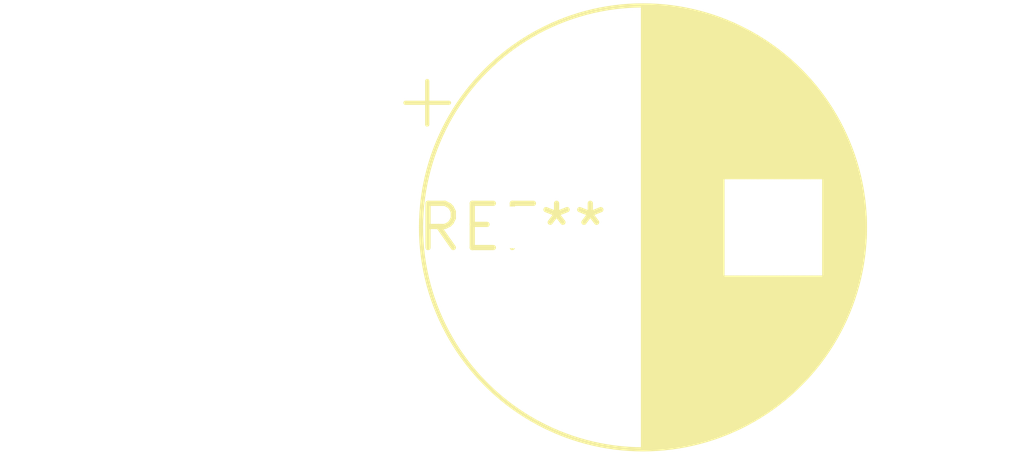
<source format=kicad_pcb>
(kicad_pcb (version 20240108) (generator pcbnew)
  (layers (0 "F.Cu" signal) (31 "B.Cu" signal) (34 "B.Paste" user) (35 "F.Paste" user) (36 "B.SilkS" user "B.Silkscreen") (37 "F.SilkS" user "F.Silkscreen") (38 "B.Mask" user) (39 "F.Mask" user) (44 "Edge.Cuts" user))
  (net 0 "")
  (footprint "CP_Radial_D12.5mm_P7.50mm" (layer "F.Cu") (at 0 0)
    (property "Reference" "REF**")
    (property "Value" "CP_Radial_D12.5mm_P7.50mm")
    (fp_line (start -3.067082 -3.575) (end -1.817082 -3.575) (layer "F.SilkS") (stroke (width 0.12)))
    (fp_line (start -2.442082 -4.2) (end -2.442082 -2.95) (layer "F.SilkS") (stroke (width 0.12)))
    (fp_line (start 3.75 -6.33) (end 3.75 6.33) (layer "F.SilkS") (stroke (width 0.12)))
    (fp_line (start 3.79 -6.33) (end 3.79 6.33) (layer "F.SilkS") (stroke (width 0.12)))
    (fp_line (start 3.83 -6.33) (end 3.83 6.33) (layer "F.SilkS") (stroke (width 0.12)))
    (fp_line (start 3.87 -6.329) (end 3.87 6.329) (layer "F.SilkS") (stroke (width 0.12)))
    (fp_line (start 3.91 -6.328) (end 3.91 6.328) (layer "F.SilkS") (stroke (width 0.12)))
    (fp_line (start 3.95 -6.327) (end 3.95 6.327) (layer "F.SilkS") (stroke (width 0.12)))
    (fp_line (start 3.99 -6.326) (end 3.99 6.326) (layer "F.SilkS") (stroke (width 0.12)))
    (fp_line (start 4.03 -6.324) (end 4.03 6.324) (layer "F.SilkS") (stroke (width 0.12)))
    (fp_line (start 4.07 -6.322) (end 4.07 6.322) (layer "F.SilkS") (stroke (width 0.12)))
    (fp_line (start 4.11 -6.32) (end 4.11 6.32) (layer "F.SilkS") (stroke (width 0.12)))
    (fp_line (start 4.15 -6.318) (end 4.15 6.318) (layer "F.SilkS") (stroke (width 0.12)))
    (fp_line (start 4.19 -6.315) (end 4.19 6.315) (layer "F.SilkS") (stroke (width 0.12)))
    (fp_line (start 4.23 -6.312) (end 4.23 6.312) (layer "F.SilkS") (stroke (width 0.12)))
    (fp_line (start 4.27 -6.309) (end 4.27 6.309) (layer "F.SilkS") (stroke (width 0.12)))
    (fp_line (start 4.31 -6.306) (end 4.31 6.306) (layer "F.SilkS") (stroke (width 0.12)))
    (fp_line (start 4.35 -6.302) (end 4.35 6.302) (layer "F.SilkS") (stroke (width 0.12)))
    (fp_line (start 4.39 -6.298) (end 4.39 6.298) (layer "F.SilkS") (stroke (width 0.12)))
    (fp_line (start 4.43 -6.294) (end 4.43 6.294) (layer "F.SilkS") (stroke (width 0.12)))
    (fp_line (start 4.471 -6.29) (end 4.471 6.29) (layer "F.SilkS") (stroke (width 0.12)))
    (fp_line (start 4.511 -6.285) (end 4.511 6.285) (layer "F.SilkS") (stroke (width 0.12)))
    (fp_line (start 4.551 -6.28) (end 4.551 6.28) (layer "F.SilkS") (stroke (width 0.12)))
    (fp_line (start 4.591 -6.275) (end 4.591 6.275) (layer "F.SilkS") (stroke (width 0.12)))
    (fp_line (start 4.631 -6.269) (end 4.631 6.269) (layer "F.SilkS") (stroke (width 0.12)))
    (fp_line (start 4.671 -6.264) (end 4.671 6.264) (layer "F.SilkS") (stroke (width 0.12)))
    (fp_line (start 4.711 -6.258) (end 4.711 6.258) (layer "F.SilkS") (stroke (width 0.12)))
    (fp_line (start 4.751 -6.252) (end 4.751 6.252) (layer "F.SilkS") (stroke (width 0.12)))
    (fp_line (start 4.791 -6.245) (end 4.791 6.245) (layer "F.SilkS") (stroke (width 0.12)))
    (fp_line (start 4.831 -6.238) (end 4.831 6.238) (layer "F.SilkS") (stroke (width 0.12)))
    (fp_line (start 4.871 -6.231) (end 4.871 6.231) (layer "F.SilkS") (stroke (width 0.12)))
    (fp_line (start 4.911 -6.224) (end 4.911 6.224) (layer "F.SilkS") (stroke (width 0.12)))
    (fp_line (start 4.951 -6.216) (end 4.951 6.216) (layer "F.SilkS") (stroke (width 0.12)))
    (fp_line (start 4.991 -6.209) (end 4.991 6.209) (layer "F.SilkS") (stroke (width 0.12)))
    (fp_line (start 5.031 -6.201) (end 5.031 6.201) (layer "F.SilkS") (stroke (width 0.12)))
    (fp_line (start 5.071 -6.192) (end 5.071 6.192) (layer "F.SilkS") (stroke (width 0.12)))
    (fp_line (start 5.111 -6.184) (end 5.111 6.184) (layer "F.SilkS") (stroke (width 0.12)))
    (fp_line (start 5.151 -6.175) (end 5.151 6.175) (layer "F.SilkS") (stroke (width 0.12)))
    (fp_line (start 5.191 -6.166) (end 5.191 6.166) (layer "F.SilkS") (stroke (width 0.12)))
    (fp_line (start 5.231 -6.156) (end 5.231 6.156) (layer "F.SilkS") (stroke (width 0.12)))
    (fp_line (start 5.271 -6.146) (end 5.271 6.146) (layer "F.SilkS") (stroke (width 0.12)))
    (fp_line (start 5.311 -6.137) (end 5.311 6.137) (layer "F.SilkS") (stroke (width 0.12)))
    (fp_line (start 5.351 -6.126) (end 5.351 6.126) (layer "F.SilkS") (stroke (width 0.12)))
    (fp_line (start 5.391 -6.116) (end 5.391 6.116) (layer "F.SilkS") (stroke (width 0.12)))
    (fp_line (start 5.431 -6.105) (end 5.431 6.105) (layer "F.SilkS") (stroke (width 0.12)))
    (fp_line (start 5.471 -6.094) (end 5.471 6.094) (layer "F.SilkS") (stroke (width 0.12)))
    (fp_line (start 5.511 -6.083) (end 5.511 6.083) (layer "F.SilkS") (stroke (width 0.12)))
    (fp_line (start 5.551 -6.071) (end 5.551 6.071) (layer "F.SilkS") (stroke (width 0.12)))
    (fp_line (start 5.591 -6.059) (end 5.591 6.059) (layer "F.SilkS") (stroke (width 0.12)))
    (fp_line (start 5.631 -6.047) (end 5.631 6.047) (layer "F.SilkS") (stroke (width 0.12)))
    (fp_line (start 5.671 -6.034) (end 5.671 6.034) (layer "F.SilkS") (stroke (width 0.12)))
    (fp_line (start 5.711 -6.021) (end 5.711 6.021) (layer "F.SilkS") (stroke (width 0.12)))
    (fp_line (start 5.751 -6.008) (end 5.751 6.008) (layer "F.SilkS") (stroke (width 0.12)))
    (fp_line (start 5.791 -5.995) (end 5.791 5.995) (layer "F.SilkS") (stroke (width 0.12)))
    (fp_line (start 5.831 -5.981) (end 5.831 5.981) (layer "F.SilkS") (stroke (width 0.12)))
    (fp_line (start 5.871 -5.967) (end 5.871 5.967) (layer "F.SilkS") (stroke (width 0.12)))
    (fp_line (start 5.911 -5.953) (end 5.911 5.953) (layer "F.SilkS") (stroke (width 0.12)))
    (fp_line (start 5.951 -5.939) (end 5.951 5.939) (layer "F.SilkS") (stroke (width 0.12)))
    (fp_line (start 5.991 -5.924) (end 5.991 5.924) (layer "F.SilkS") (stroke (width 0.12)))
    (fp_line (start 6.031 -5.908) (end 6.031 5.908) (layer "F.SilkS") (stroke (width 0.12)))
    (fp_line (start 6.071 -5.893) (end 6.071 -1.44) (layer "F.SilkS") (stroke (width 0.12)))
    (fp_line (start 6.071 1.44) (end 6.071 5.893) (layer "F.SilkS") (stroke (width 0.12)))
    (fp_line (start 6.111 -5.877) (end 6.111 -1.44) (layer "F.SilkS") (stroke (width 0.12)))
    (fp_line (start 6.111 1.44) (end 6.111 5.877) (layer "F.SilkS") (stroke (width 0.12)))
    (fp_line (start 6.151 -5.861) (end 6.151 -1.44) (layer "F.SilkS") (stroke (width 0.12)))
    (fp_line (start 6.151 1.44) (end 6.151 5.861) (layer "F.SilkS") (stroke (width 0.12)))
    (fp_line (start 6.191 -5.845) (end 6.191 -1.44) (layer "F.SilkS") (stroke (width 0.12)))
    (fp_line (start 6.191 1.44) (end 6.191 5.845) (layer "F.SilkS") (stroke (width 0.12)))
    (fp_line (start 6.231 -5.828) (end 6.231 -1.44) (layer "F.SilkS") (stroke (width 0.12)))
    (fp_line (start 6.231 1.44) (end 6.231 5.828) (layer "F.SilkS") (stroke (width 0.12)))
    (fp_line (start 6.271 -5.811) (end 6.271 -1.44) (layer "F.SilkS") (stroke (width 0.12)))
    (fp_line (start 6.271 1.44) (end 6.271 5.811) (layer "F.SilkS") (stroke (width 0.12)))
    (fp_line (start 6.311 -5.793) (end 6.311 -1.44) (layer "F.SilkS") (stroke (width 0.12)))
    (fp_line (start 6.311 1.44) (end 6.311 5.793) (layer "F.SilkS") (stroke (width 0.12)))
    (fp_line (start 6.351 -5.776) (end 6.351 -1.44) (layer "F.SilkS") (stroke (width 0.12)))
    (fp_line (start 6.351 1.44) (end 6.351 5.776) (layer "F.SilkS") (stroke (width 0.12)))
    (fp_line (start 6.391 -5.758) (end 6.391 -1.44) (layer "F.SilkS") (stroke (width 0.12)))
    (fp_line (start 6.391 1.44) (end 6.391 5.758) (layer "F.SilkS") (stroke (width 0.12)))
    (fp_line (start 6.431 -5.739) (end 6.431 -1.44) (layer "F.SilkS") (stroke (width 0.12)))
    (fp_line (start 6.431 1.44) (end 6.431 5.739) (layer "F.SilkS") (stroke (width 0.12)))
    (fp_line (start 6.471 -5.721) (end 6.471 -1.44) (layer "F.SilkS") (stroke (width 0.12)))
    (fp_line (start 6.471 1.44) (end 6.471 5.721) (layer "F.SilkS") (stroke (width 0.12)))
    (fp_line (start 6.511 -5.702) (end 6.511 -1.44) (layer "F.SilkS") (stroke (width 0.12)))
    (fp_line (start 6.511 1.44) (end 6.511 5.702) (layer "F.SilkS") (stroke (width 0.12)))
    (fp_line (start 6.551 -5.682) (end 6.551 -1.44) (layer "F.SilkS") (stroke (width 0.12)))
    (fp_line (start 6.551 1.44) (end 6.551 5.682) (layer "F.SilkS") (stroke (width 0.12)))
    (fp_line (start 6.591 -5.662) (end 6.591 -1.44) (layer "F.SilkS") (stroke (width 0.12)))
    (fp_line (start 6.591 1.44) (end 6.591 5.662) (layer "F.SilkS") (stroke (width 0.12)))
    (fp_line (start 6.631 -5.642) (end 6.631 -1.44) (layer "F.SilkS") (stroke (width 0.12)))
    (fp_line (start 6.631 1.44) (end 6.631 5.642) (layer "F.SilkS") (stroke (width 0.12)))
    (fp_line (start 6.671 -5.622) (end 6.671 -1.44) (layer "F.SilkS") (stroke (width 0.12)))
    (fp_line (start 6.671 1.44) (end 6.671 5.622) (layer "F.SilkS") (stroke (width 0.12)))
    (fp_line (start 6.711 -5.601) (end 6.711 -1.44) (layer "F.SilkS") (stroke (width 0.12)))
    (fp_line (start 6.711 1.44) (end 6.711 5.601) (layer "F.SilkS") (stroke (width 0.12)))
    (fp_line (start 6.751 -5.58) (end 6.751 -1.44) (layer "F.SilkS") (stroke (width 0.12)))
    (fp_line (start 6.751 1.44) (end 6.751 5.58) (layer "F.SilkS") (stroke (width 0.12)))
    (fp_line (start 6.791 -5.558) (end 6.791 -1.44) (layer "F.SilkS") (stroke (width 0.12)))
    (fp_line (start 6.791 1.44) (end 6.791 5.558) (layer "F.SilkS") (stroke (width 0.12)))
    (fp_line (start 6.831 -5.536) (end 6.831 -1.44) (layer "F.SilkS") (stroke (width 0.12)))
    (fp_line (start 6.831 1.44) (end 6.831 5.536) (layer "F.SilkS") (stroke (width 0.12)))
    (fp_line (start 6.871 -5.514) (end 6.871 -1.44) (layer "F.SilkS") (stroke (width 0.12)))
    (fp_line (start 6.871 1.44) (end 6.871 5.514) (layer "F.SilkS") (stroke (width 0.12)))
    (fp_line (start 6.911 -5.491) (end 6.911 -1.44) (layer "F.SilkS") (stroke (width 0.12)))
    (fp_line (start 6.911 1.44) (end 6.911 5.491) (layer "F.SilkS") (stroke (width 0.12)))
    (fp_line (start 6.951 -5.468) (end 6.951 -1.44) (layer "F.SilkS") (stroke (width 0.12)))
    (fp_line (start 6.951 1.44) (end 6.951 5.468) (layer "F.SilkS") (stroke (width 0.12)))
    (fp_line (start 6.991 -5.445) (end 6.991 -1.44) (layer "F.SilkS") (stroke (width 0.12)))
    (fp_line (start 6.991 1.44) (end 6.991 5.445) (layer "F.SilkS") (stroke (width 0.12)))
    (fp_line (start 7.031 -5.421) (end 7.031 -1.44) (layer "F.SilkS") (stroke (width 0.12)))
    (fp_line (start 7.031 1.44) (end 7.031 5.421) (layer "F.SilkS") (stroke (width 0.12)))
    (fp_line (start 7.071 -5.397) (end 7.071 -1.44) (layer "F.SilkS") (stroke (width 0.12)))
    (fp_line (start 7.071 1.44) (end 7.071 5.397) (layer "F.SilkS") (stroke (width 0.12)))
    (fp_line (start 7.111 -5.372) (end 7.111 -1.44) (layer "F.SilkS") (stroke (width 0.12)))
    (fp_line (start 7.111 1.44) (end 7.111 5.372) (layer "F.SilkS") (stroke (width 0.12)))
    (fp_line (start 7.151 -5.347) (end 7.151 -1.44) (layer "F.SilkS") (stroke (width 0.12)))
    (fp_line (start 7.151 1.44) (end 7.151 5.347) (layer "F.SilkS") (stroke (width 0.12)))
    (fp_line (start 7.191 -5.322) (end 7.191 -1.44) (layer "F.SilkS") (stroke (width 0.12)))
    (fp_line (start 7.191 1.44) (end 7.191 5.322) (layer "F.SilkS") (stroke (width 0.12)))
    (fp_line (start 7.231 -5.296) (end 7.231 -1.44) (layer "F.SilkS") (stroke (width 0.12)))
    (fp_line (start 7.231 1.44) (end 7.231 5.296) (layer "F.SilkS") (stroke (width 0.12)))
    (fp_line (start 7.271 -5.27) (end 7.271 -1.44) (layer "F.SilkS") (stroke (width 0.12)))
    (fp_line (start 7.271 1.44) (end 7.271 5.27) (layer "F.SilkS") (stroke (width 0.12)))
    (fp_line (start 7.311 -5.243) (end 7.311 -1.44) (layer "F.SilkS") (stroke (width 0.12)))
    (fp_line (start 7.311 1.44) (end 7.311 5.243) (layer "F.SilkS") (stroke (width 0.12)))
    (fp_line (start 7.351 -5.216) (end 7.351 -1.44) (layer "F.SilkS") (stroke (width 0.12)))
    (fp_line (start 7.351 1.44) (end 7.351 5.216) (layer "F.SilkS") (stroke (width 0.12)))
    (fp_line (start 7.391 -5.188) (end 7.391 -1.44) (layer "F.SilkS") (stroke (width 0.12)))
    (fp_line (start 7.391 1.44) (end 7.391 5.188) (layer "F.SilkS") (stroke (width 0.12)))
    (fp_line (start 7.431 -5.16) (end 7.431 -1.44) (layer "F.SilkS") (stroke (width 0.12)))
    (fp_line (start 7.431 1.44) (end 7.431 5.16) (layer "F.SilkS") (stroke (width 0.12)))
    (fp_line (start 7.471 -5.131) (end 7.471 -1.44) (layer "F.SilkS") (stroke (width 0.12)))
    (fp_line (start 7.471 1.44) (end 7.471 5.131) (layer "F.SilkS") (stroke (width 0.12)))
    (fp_line (start 7.511 -5.102) (end 7.511 -1.44) (layer "F.SilkS") (stroke (width 0.12)))
    (fp_line (start 7.511 1.44) (end 7.511 5.102) (layer "F.SilkS") (stroke (width 0.12)))
    (fp_line (start 7.551 -5.073) (end 7.551 -1.44) (layer "F.SilkS") (stroke (width 0.12)))
    (fp_line (start 7.551 1.44) (end 7.551 5.073) (layer "F.SilkS") (stroke (width 0.12)))
    (fp_line (start 7.591 -5.043) (end 7.591 -1.44) (layer "F.SilkS") (stroke (width 0.12)))
    (fp_line (start 7.591 1.44) (end 7.591 5.043) (layer "F.SilkS") (stroke (width 0.12)))
    (fp_line (start 7.631 -5.012) (end 7.631 -1.44) (layer "F.SilkS") (stroke (width 0.12)))
    (fp_line (start 7.631 1.44) (end 7.631 5.012) (layer "F.SilkS") (stroke (width 0.12)))
    (fp_line (start 7.671 -4.982) (end 7.671 -1.44) (layer "F.SilkS") (stroke (width 0.12)))
    (fp_line (start 7.671 1.44) (end 7.671 4.982) (layer "F.SilkS") (stroke (width 0.12)))
    (fp_line (start 7.711 -4.95) (end 7.711 -1.44) (layer "F.SilkS") (stroke (width 0.12)))
    (fp_line (start 7.711 1.44) (end 7.711 4.95) (layer "F.SilkS") (stroke (width 0.12)))
    (fp_line (start 7.751 -4.918) (end 7.751 -1.44) (layer "F.SilkS") (stroke (width 0.12)))
    (fp_line (start 7.751 1.44) (end 7.751 4.918) (layer "F.SilkS") (stroke (width 0.12)))
    (fp_line (start 7.791 -4.885) (end 7.791 -1.44) (layer "F.SilkS") (stroke (width 0.12)))
    (fp_line (start 7.791 1.44) (end 7.791 4.885) (layer "F.SilkS") (stroke (width 0.12)))
    (fp_line (start 7.831 -4.852) (end 7.831 -1.44) (layer "F.SilkS") (stroke (width 0.12)))
    (fp_line (start 7.831 1.44) (end 7.831 4.852) (layer "F.SilkS") (stroke (width 0.12)))
    (fp_line (start 7.871 -4.819) (end 7.871 -1.44) (layer "F.SilkS") (stroke (width 0.12)))
    (fp_line (start 7.871 1.44) (end 7.871 4.819) (layer "F.SilkS") (stroke (width 0.12)))
    (fp_line (start 7.911 -4.785) (end 7.911 -1.44) (layer "F.SilkS") (stroke (width 0.12)))
    (fp_line (start 7.911 1.44) (end 7.911 4.785) (layer "F.SilkS") (stroke (width 0.12)))
    (fp_line (start 7.951 -4.75) (end 7.951 -1.44) (layer "F.SilkS") (stroke (width 0.12)))
    (fp_line (start 7.951 1.44) (end 7.951 4.75) (layer "F.SilkS") (stroke (width 0.12)))
    (fp_line (start 7.991 -4.714) (end 7.991 -1.44) (layer "F.SilkS") (stroke (width 0.12)))
    (fp_line (start 7.991 1.44) (end 7.991 4.714) (layer "F.SilkS") (stroke (width 0.12)))
    (fp_line (start 8.031 -4.678) (end 8.031 -1.44) (layer "F.SilkS") (stroke (width 0.12)))
    (fp_line (start 8.031 1.44) (end 8.031 4.678) (layer "F.SilkS") (stroke (width 0.12)))
    (fp_line (start 8.071 -4.642) (end 8.071 -1.44) (layer "F.SilkS") (stroke (width 0.12)))
    (fp_line (start 8.071 1.44) (end 8.071 4.642) (layer "F.SilkS") (stroke (width 0.12)))
    (fp_line (start 8.111 -4.605) (end 8.111 -1.44) (layer "F.SilkS") (stroke (width 0.12)))
    (fp_line (start 8.111 1.44) (end 8.111 4.605) (layer "F.SilkS") (stroke (width 0.12)))
    (fp_line (start 8.151 -4.567) (end 8.151 -1.44) (layer "F.SilkS") (stroke (width 0.12)))
    (fp_line (start 8.151 1.44) (end 8.151 4.567) (layer "F.SilkS") (stroke (width 0.12)))
    (fp_line (start 8.191 -4.528) (end 8.191 -1.44) (layer "F.SilkS") (stroke (width 0.12)))
    (fp_line (start 8.191 1.44) (end 8.191 4.528) (layer "F.SilkS") (stroke (width 0.12)))
    (fp_line (start 8.231 -4.489) (end 8.231 -1.44) (layer "F.SilkS") (stroke (width 0.12)))
    (fp_line (start 8.231 1.44) (end 8.231 4.489) (layer "F.SilkS") (stroke (width 0.12)))
    (fp_line (start 8.271 -4.449) (end 8.271 -1.44) (layer "F.SilkS") (stroke (width 0.12)))
    (fp_line (start 8.271 1.44) (end 8.271 4.449) (layer "F.SilkS") (stroke (width 0.12)))
    (fp_line (start 8.311 -4.408) (end 8.311 -1.44) (layer "F.SilkS") (stroke (width 0.12)))
    (fp_line (start 8.311 1.44) (end 8.311 4.408) (layer "F.SilkS") (stroke (width 0.12)))
    (fp_line (start 8.351 -4.367) (end 8.351 -1.44) (layer "F.SilkS") (stroke (width 0.12)))
    (fp_line (start 8.351 1.44) (end 8.351 4.367) (layer "F.SilkS") (stroke (width 0.12)))
    (fp_line (start 8.391 -4.325) (end 8.391 -1.44) (layer "F.SilkS") (stroke (width 0.12)))
    (fp_line (start 8.391 1.44) (end 8.391 4.325) (layer "F.SilkS") (stroke (width 0.12)))
    (fp_line (start 8.431 -4.282) (end 8.431 -1.44) (layer "F.SilkS") (stroke (width 0.12)))
    (fp_line (start 8.431 1.44) (end 8.431 4.282) (layer "F.SilkS") (stroke (width 0.12)))
    (fp_line (start 8.471 -4.238) (end 8.471 -1.44) (layer "F.SilkS") (stroke (width 0.12)))
    (fp_line (start 8.471 1.44) (end 8.471 4.238) (layer "F.SilkS") (stroke (width 0.12)))
    (fp_line (start 8.511 -4.194) (end 8.511 -1.44) (layer "F.SilkS") (stroke (width 0.12)))
    (fp_line (start 8.511 1.44) (end 8.511 4.194) (layer "F.SilkS") (stroke (width 0.12)))
    (fp_line (start 8.551 -4.148) (end 8.551 -1.44) (layer "F.SilkS") (stroke (width 0.12)))
    (fp_line (start 8.551 1.44) (end 8.551 4.148) (layer "F.SilkS") (stroke (width 0.12)))
    (fp_line (start 8.591 -4.102) (end 8.591 -1.44) (layer "F.SilkS") (stroke (width 0.12)))
    (fp_line (start 8.591 1.44) (end 8.591 4.102) (layer "F.SilkS") (stroke (width 0.12)))
    (fp_line (start 8.631 -4.055) (end 8.631 -1.44) (layer "F.SilkS") (stroke (width 0.12)))
    (fp_line (start 8.631 1.44) (end 8.631 4.055) (layer "F.SilkS") (stroke (width 0.12)))
    (fp_line (start 8.671 -4.007) (end 8.671 -1.44) (layer "F.SilkS") (stroke (width 0.12)))
    (fp_line (start 8.671 1.44) (end 8.671 4.007) (layer "F.SilkS") (stroke (width 0.12)))
    (fp_line (start 8.711 -3.957) (end 8.711 -1.44) (layer "F.SilkS") (stroke (width 0.12)))
    (fp_line (start 8.711 1.44) (end 8.711 3.957) (layer "F.SilkS") (stroke (width 0.12)))
    (fp_line (start 8.751 -3.907) (end 8.751 -1.44) (layer "F.SilkS") (stroke (width 0.12)))
    (fp_line (start 8.751 1.44) (end 8.751 3.907) (layer "F.SilkS") (stroke (width 0.12)))
    (fp_line (start 8.791 -3.856) (end 8.791 -1.44) (layer "F.SilkS") (stroke (width 0.12)))
    (fp_line (start 8.791 1.44) (end 8.791 3.856) (layer "F.SilkS") (stroke (width 0.12)))
    (fp_line (start 8.831 -3.804) (end 8.831 -1.44) (layer "F.SilkS") (stroke (width 0.12)))
    (fp_line (start 8.831 1.44) (end 8.831 3.804) (layer "F.SilkS") (stroke (width 0.12)))
    (fp_line (start 8.871 -3.75) (end 8.871 -1.44) (layer "F.SilkS") (stroke (width 0.12)))
    (fp_line (start 8.871 1.44) (end 8.871 3.75) (layer "F.SilkS") (stroke (width 0.12)))
    (fp_line (start 8.911 -3.696) (end 8.911 -1.44) (layer "F.SilkS") (stroke (width 0.12)))
    (fp_line (start 8.911 1.44) (end 8.911 3.696) (layer "F.SilkS") (stroke (width 0.12)))
    (fp_line (start 8.951 -3.64) (end 8.951 3.64) (layer "F.SilkS") (stroke (width 0.12)))
    (fp_line (start 8.991 -3.583) (end 8.991 3.583) (layer "F.SilkS") (stroke (width 0.12)))
    (fp_line (start 9.031 -3.524) (end 9.031 3.524) (layer "F.SilkS") (stroke (width 0.12)))
    (fp_line (start 9.071 -3.464) (end 9.071 3.464) (layer "F.SilkS") (stroke (width 0.12)))
    (fp_line (start 9.111 -3.402) (end 9.111 3.402) (layer "F.SilkS") (stroke (width 0.12)))
    (fp_line (start 9.151 -3.339) (end 9.151 3.339) (layer "F.SilkS") (stroke (width 0.12)))
    (fp_line (start 9.191 -3.275) (end 9.191 3.275) (layer "F.SilkS") (stroke (width 0.12)))
    (fp_line (start 9.231 -3.208) (end 9.231 3.208) (layer "F.SilkS") (stroke (width 0.12)))
    (fp_line (start 9.271 -3.14) (end 9.271 3.14) (layer "F.SilkS") (stroke (width 0.12)))
    (fp_line (start 9.311 -3.069) (end 9.311 3.069) (layer "F.SilkS") (stroke (width 0.12)))
    (fp_line (start 9.351 -2.996) (end 9.351 2.996) (layer "F.SilkS") (stroke (width 0.12)))
    (fp_line (start 9.391 -2.921) (end 9.391 2.921) (layer "F.SilkS") (stroke (width 0.12)))
    (fp_line (start 9.431 -2.844) (end 9.431 2.844) (layer "F.SilkS") (stroke (width 0.12)))
    (fp_line (start 9.471 -2.764) (end 9.471 2.764) (layer "F.SilkS") (stroke (width 0.12)))
    (fp_line (start 9.511 -2.681) (end 9.511 2.681) (layer "F.SilkS") (stroke (width 0.12)))
    (fp_line (start 9.551 -2.594) (end 9.551 2.594) (layer "F.SilkS") (stroke (width 0.12)))
    (fp_line (start 9.591 -2.504) (end 9.591 2.504) (layer "F.SilkS") (stroke (width 0.12)))
    (fp_line (start 9.631 -2.41) (end 9.631 2.41) (layer "F.SilkS") (stroke (width 0.12)))
    (fp_line (start 9.671 -2.312) (end 9.671 2.312) (layer "F.SilkS") (stroke (width 0.12)))
    (fp_line (start 9.711 -2.209) (end 9.711 2.209) (layer "F.SilkS") (stroke (width 0.12)))
    (fp_line (start 9.751 -2.1) (end 9.751 2.1) (layer "F.SilkS") (stroke (width 0.12)))
    (fp_line (start 9.791 -1.984) (end 9.791 1.984) (layer "F.SilkS") (stroke (width 0.12)))
    (fp_line (start 9.831 -1.861) (end 9.831 1.861) (layer "F.SilkS") (stroke (width 0.12)))
    (fp_line (start 9.871 -1.728) (end 9.871 1.728) (layer "F.SilkS") (stroke (width 0.12)))
    (fp_line (start 9.911 -1.583) (end 9.911 1.583) (layer "F.SilkS") (stroke (width 0.12)))
    (fp_line (start 9.951 -1.422) (end 9.951 1.422) (layer "F.SilkS") (stroke (width 0.12)))
    (fp_line (start 9.991 -1.241) (end 9.991 1.241) (layer "F.SilkS") (stroke (width 0.12)))
    (fp_line (start 10.031 -1.028) (end 10.031 1.028) (layer "F.SilkS") (stroke (width 0.12)))
    (fp_line (start 10.071 -0.757) (end 10.071 0.757) (layer "F.SilkS") (stroke (width 0.12)))
    (fp_line (start 10.111 -0.317) (end 10.111 0.317) (layer "F.SilkS") (stroke (width 0.12)))
    (fp_circle (center 3.75 0) (end 10.12 0) (layer "F.SilkS") (stroke (width 0.12)) (fill none))
    (pad "1" thru_hole rect (at 0 0) (size 2.4 2.4) (drill 1.2) (layers *.Cu *.Mask) (remove_unused_layers))
    (pad "2" thru_hole circle (at 7.5 0) (size 2.4 2.4) (drill 1.2) (layers *.Cu *.Mask) (remove_unused_layers))
  )
)
</source>
